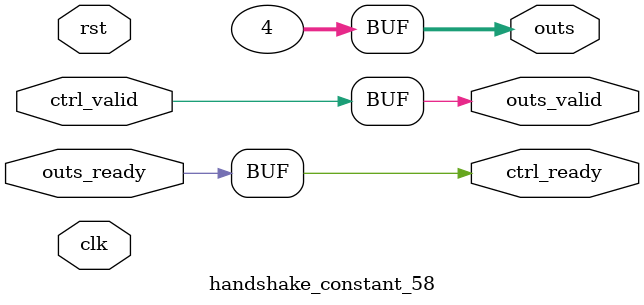
<source format=v>
`timescale 1ns / 1ps
module handshake_constant_58 #(
  parameter DATA_WIDTH = 32  // Default set to 32 bits
) (
  input                       clk,
  input                       rst,
  // Input Channel
  input                       ctrl_valid,
  output                      ctrl_ready,
  // Output Channel
  output [DATA_WIDTH - 1 : 0] outs,
  output                      outs_valid,
  input                       outs_ready
);
  assign outs       = 4'b0100;
  assign outs_valid = ctrl_valid;
  assign ctrl_ready = outs_ready;

endmodule

</source>
